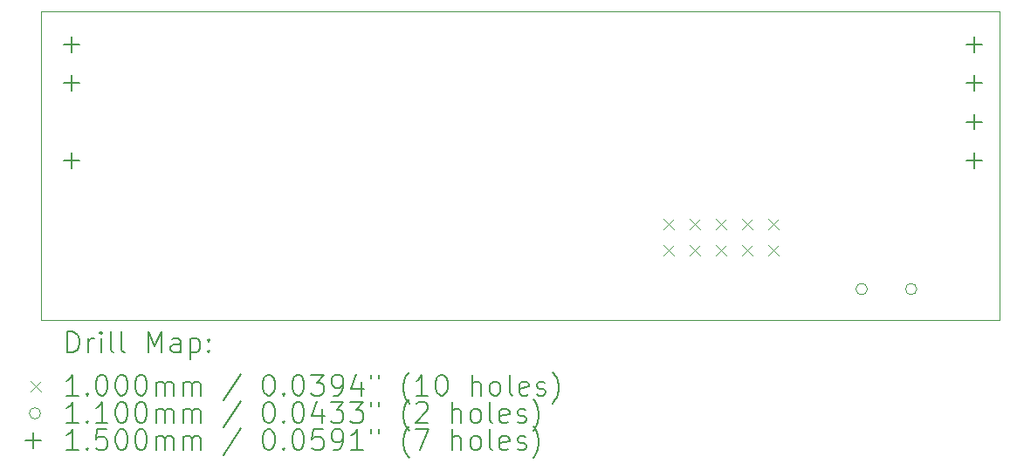
<source format=gbr>
%TF.GenerationSoftware,KiCad,Pcbnew,8.0.4*%
%TF.CreationDate,2024-09-19T22:50:55+02:00*%
%TF.ProjectId,Fader_Breakout,46616465-725f-4427-9265-616b6f75742e,rev?*%
%TF.SameCoordinates,Original*%
%TF.FileFunction,Drillmap*%
%TF.FilePolarity,Positive*%
%FSLAX45Y45*%
G04 Gerber Fmt 4.5, Leading zero omitted, Abs format (unit mm)*
G04 Created by KiCad (PCBNEW 8.0.4) date 2024-09-19 22:50:55*
%MOMM*%
%LPD*%
G01*
G04 APERTURE LIST*
%ADD10C,0.050000*%
%ADD11C,0.200000*%
%ADD12C,0.100000*%
%ADD13C,0.110000*%
%ADD14C,0.150000*%
G04 APERTURE END LIST*
D10*
X10400000Y-7800000D02*
X19700000Y-7800000D01*
X19700000Y-10800000D01*
X10400000Y-10800000D01*
X10400000Y-7800000D01*
D11*
D12*
X16441500Y-9822500D02*
X16541500Y-9922500D01*
X16541500Y-9822500D02*
X16441500Y-9922500D01*
X16441500Y-10076500D02*
X16541500Y-10176500D01*
X16541500Y-10076500D02*
X16441500Y-10176500D01*
X16695500Y-9822500D02*
X16795500Y-9922500D01*
X16795500Y-9822500D02*
X16695500Y-9922500D01*
X16695500Y-10076500D02*
X16795500Y-10176500D01*
X16795500Y-10076500D02*
X16695500Y-10176500D01*
X16949500Y-9822500D02*
X17049500Y-9922500D01*
X17049500Y-9822500D02*
X16949500Y-9922500D01*
X16949500Y-10076500D02*
X17049500Y-10176500D01*
X17049500Y-10076500D02*
X16949500Y-10176500D01*
X17203500Y-9822500D02*
X17303500Y-9922500D01*
X17303500Y-9822500D02*
X17203500Y-9922500D01*
X17203500Y-10076500D02*
X17303500Y-10176500D01*
X17303500Y-10076500D02*
X17203500Y-10176500D01*
X17457500Y-9822500D02*
X17557500Y-9922500D01*
X17557500Y-9822500D02*
X17457500Y-9922500D01*
X17457500Y-10076500D02*
X17557500Y-10176500D01*
X17557500Y-10076500D02*
X17457500Y-10176500D01*
D13*
X18415000Y-10500000D02*
G75*
G02*
X18305000Y-10500000I-55000J0D01*
G01*
X18305000Y-10500000D02*
G75*
G02*
X18415000Y-10500000I55000J0D01*
G01*
X18895000Y-10500000D02*
G75*
G02*
X18785000Y-10500000I-55000J0D01*
G01*
X18785000Y-10500000D02*
G75*
G02*
X18895000Y-10500000I55000J0D01*
G01*
D14*
X10700000Y-8050000D02*
X10700000Y-8200000D01*
X10625000Y-8125000D02*
X10775000Y-8125000D01*
X10700000Y-8425000D02*
X10700000Y-8575000D01*
X10625000Y-8500000D02*
X10775000Y-8500000D01*
X10700000Y-9175000D02*
X10700000Y-9325000D01*
X10625000Y-9250000D02*
X10775000Y-9250000D01*
X19450000Y-8050000D02*
X19450000Y-8200000D01*
X19375000Y-8125000D02*
X19525000Y-8125000D01*
X19450000Y-8425000D02*
X19450000Y-8575000D01*
X19375000Y-8500000D02*
X19525000Y-8500000D01*
X19450000Y-8800000D02*
X19450000Y-8950000D01*
X19375000Y-8875000D02*
X19525000Y-8875000D01*
X19450000Y-9175000D02*
X19450000Y-9325000D01*
X19375000Y-9250000D02*
X19525000Y-9250000D01*
D11*
X10658277Y-11113984D02*
X10658277Y-10913984D01*
X10658277Y-10913984D02*
X10705896Y-10913984D01*
X10705896Y-10913984D02*
X10734467Y-10923508D01*
X10734467Y-10923508D02*
X10753515Y-10942555D01*
X10753515Y-10942555D02*
X10763039Y-10961603D01*
X10763039Y-10961603D02*
X10772563Y-10999698D01*
X10772563Y-10999698D02*
X10772563Y-11028270D01*
X10772563Y-11028270D02*
X10763039Y-11066365D01*
X10763039Y-11066365D02*
X10753515Y-11085412D01*
X10753515Y-11085412D02*
X10734467Y-11104460D01*
X10734467Y-11104460D02*
X10705896Y-11113984D01*
X10705896Y-11113984D02*
X10658277Y-11113984D01*
X10858277Y-11113984D02*
X10858277Y-10980650D01*
X10858277Y-11018746D02*
X10867801Y-10999698D01*
X10867801Y-10999698D02*
X10877324Y-10990174D01*
X10877324Y-10990174D02*
X10896372Y-10980650D01*
X10896372Y-10980650D02*
X10915420Y-10980650D01*
X10982086Y-11113984D02*
X10982086Y-10980650D01*
X10982086Y-10913984D02*
X10972563Y-10923508D01*
X10972563Y-10923508D02*
X10982086Y-10933031D01*
X10982086Y-10933031D02*
X10991610Y-10923508D01*
X10991610Y-10923508D02*
X10982086Y-10913984D01*
X10982086Y-10913984D02*
X10982086Y-10933031D01*
X11105896Y-11113984D02*
X11086848Y-11104460D01*
X11086848Y-11104460D02*
X11077324Y-11085412D01*
X11077324Y-11085412D02*
X11077324Y-10913984D01*
X11210658Y-11113984D02*
X11191610Y-11104460D01*
X11191610Y-11104460D02*
X11182086Y-11085412D01*
X11182086Y-11085412D02*
X11182086Y-10913984D01*
X11439229Y-11113984D02*
X11439229Y-10913984D01*
X11439229Y-10913984D02*
X11505896Y-11056841D01*
X11505896Y-11056841D02*
X11572562Y-10913984D01*
X11572562Y-10913984D02*
X11572562Y-11113984D01*
X11753515Y-11113984D02*
X11753515Y-11009222D01*
X11753515Y-11009222D02*
X11743991Y-10990174D01*
X11743991Y-10990174D02*
X11724943Y-10980650D01*
X11724943Y-10980650D02*
X11686848Y-10980650D01*
X11686848Y-10980650D02*
X11667801Y-10990174D01*
X11753515Y-11104460D02*
X11734467Y-11113984D01*
X11734467Y-11113984D02*
X11686848Y-11113984D01*
X11686848Y-11113984D02*
X11667801Y-11104460D01*
X11667801Y-11104460D02*
X11658277Y-11085412D01*
X11658277Y-11085412D02*
X11658277Y-11066365D01*
X11658277Y-11066365D02*
X11667801Y-11047317D01*
X11667801Y-11047317D02*
X11686848Y-11037793D01*
X11686848Y-11037793D02*
X11734467Y-11037793D01*
X11734467Y-11037793D02*
X11753515Y-11028270D01*
X11848753Y-10980650D02*
X11848753Y-11180650D01*
X11848753Y-10990174D02*
X11867801Y-10980650D01*
X11867801Y-10980650D02*
X11905896Y-10980650D01*
X11905896Y-10980650D02*
X11924943Y-10990174D01*
X11924943Y-10990174D02*
X11934467Y-10999698D01*
X11934467Y-10999698D02*
X11943991Y-11018746D01*
X11943991Y-11018746D02*
X11943991Y-11075889D01*
X11943991Y-11075889D02*
X11934467Y-11094936D01*
X11934467Y-11094936D02*
X11924943Y-11104460D01*
X11924943Y-11104460D02*
X11905896Y-11113984D01*
X11905896Y-11113984D02*
X11867801Y-11113984D01*
X11867801Y-11113984D02*
X11848753Y-11104460D01*
X12029705Y-11094936D02*
X12039229Y-11104460D01*
X12039229Y-11104460D02*
X12029705Y-11113984D01*
X12029705Y-11113984D02*
X12020182Y-11104460D01*
X12020182Y-11104460D02*
X12029705Y-11094936D01*
X12029705Y-11094936D02*
X12029705Y-11113984D01*
X12029705Y-10990174D02*
X12039229Y-10999698D01*
X12039229Y-10999698D02*
X12029705Y-11009222D01*
X12029705Y-11009222D02*
X12020182Y-10999698D01*
X12020182Y-10999698D02*
X12029705Y-10990174D01*
X12029705Y-10990174D02*
X12029705Y-11009222D01*
D12*
X10297500Y-11392500D02*
X10397500Y-11492500D01*
X10397500Y-11392500D02*
X10297500Y-11492500D01*
D11*
X10763039Y-11533984D02*
X10648753Y-11533984D01*
X10705896Y-11533984D02*
X10705896Y-11333984D01*
X10705896Y-11333984D02*
X10686848Y-11362555D01*
X10686848Y-11362555D02*
X10667801Y-11381603D01*
X10667801Y-11381603D02*
X10648753Y-11391127D01*
X10848753Y-11514936D02*
X10858277Y-11524460D01*
X10858277Y-11524460D02*
X10848753Y-11533984D01*
X10848753Y-11533984D02*
X10839229Y-11524460D01*
X10839229Y-11524460D02*
X10848753Y-11514936D01*
X10848753Y-11514936D02*
X10848753Y-11533984D01*
X10982086Y-11333984D02*
X11001134Y-11333984D01*
X11001134Y-11333984D02*
X11020182Y-11343508D01*
X11020182Y-11343508D02*
X11029705Y-11353031D01*
X11029705Y-11353031D02*
X11039229Y-11372079D01*
X11039229Y-11372079D02*
X11048753Y-11410174D01*
X11048753Y-11410174D02*
X11048753Y-11457793D01*
X11048753Y-11457793D02*
X11039229Y-11495888D01*
X11039229Y-11495888D02*
X11029705Y-11514936D01*
X11029705Y-11514936D02*
X11020182Y-11524460D01*
X11020182Y-11524460D02*
X11001134Y-11533984D01*
X11001134Y-11533984D02*
X10982086Y-11533984D01*
X10982086Y-11533984D02*
X10963039Y-11524460D01*
X10963039Y-11524460D02*
X10953515Y-11514936D01*
X10953515Y-11514936D02*
X10943991Y-11495888D01*
X10943991Y-11495888D02*
X10934467Y-11457793D01*
X10934467Y-11457793D02*
X10934467Y-11410174D01*
X10934467Y-11410174D02*
X10943991Y-11372079D01*
X10943991Y-11372079D02*
X10953515Y-11353031D01*
X10953515Y-11353031D02*
X10963039Y-11343508D01*
X10963039Y-11343508D02*
X10982086Y-11333984D01*
X11172563Y-11333984D02*
X11191610Y-11333984D01*
X11191610Y-11333984D02*
X11210658Y-11343508D01*
X11210658Y-11343508D02*
X11220182Y-11353031D01*
X11220182Y-11353031D02*
X11229705Y-11372079D01*
X11229705Y-11372079D02*
X11239229Y-11410174D01*
X11239229Y-11410174D02*
X11239229Y-11457793D01*
X11239229Y-11457793D02*
X11229705Y-11495888D01*
X11229705Y-11495888D02*
X11220182Y-11514936D01*
X11220182Y-11514936D02*
X11210658Y-11524460D01*
X11210658Y-11524460D02*
X11191610Y-11533984D01*
X11191610Y-11533984D02*
X11172563Y-11533984D01*
X11172563Y-11533984D02*
X11153515Y-11524460D01*
X11153515Y-11524460D02*
X11143991Y-11514936D01*
X11143991Y-11514936D02*
X11134467Y-11495888D01*
X11134467Y-11495888D02*
X11124944Y-11457793D01*
X11124944Y-11457793D02*
X11124944Y-11410174D01*
X11124944Y-11410174D02*
X11134467Y-11372079D01*
X11134467Y-11372079D02*
X11143991Y-11353031D01*
X11143991Y-11353031D02*
X11153515Y-11343508D01*
X11153515Y-11343508D02*
X11172563Y-11333984D01*
X11363039Y-11333984D02*
X11382086Y-11333984D01*
X11382086Y-11333984D02*
X11401134Y-11343508D01*
X11401134Y-11343508D02*
X11410658Y-11353031D01*
X11410658Y-11353031D02*
X11420182Y-11372079D01*
X11420182Y-11372079D02*
X11429705Y-11410174D01*
X11429705Y-11410174D02*
X11429705Y-11457793D01*
X11429705Y-11457793D02*
X11420182Y-11495888D01*
X11420182Y-11495888D02*
X11410658Y-11514936D01*
X11410658Y-11514936D02*
X11401134Y-11524460D01*
X11401134Y-11524460D02*
X11382086Y-11533984D01*
X11382086Y-11533984D02*
X11363039Y-11533984D01*
X11363039Y-11533984D02*
X11343991Y-11524460D01*
X11343991Y-11524460D02*
X11334467Y-11514936D01*
X11334467Y-11514936D02*
X11324943Y-11495888D01*
X11324943Y-11495888D02*
X11315420Y-11457793D01*
X11315420Y-11457793D02*
X11315420Y-11410174D01*
X11315420Y-11410174D02*
X11324943Y-11372079D01*
X11324943Y-11372079D02*
X11334467Y-11353031D01*
X11334467Y-11353031D02*
X11343991Y-11343508D01*
X11343991Y-11343508D02*
X11363039Y-11333984D01*
X11515420Y-11533984D02*
X11515420Y-11400650D01*
X11515420Y-11419698D02*
X11524943Y-11410174D01*
X11524943Y-11410174D02*
X11543991Y-11400650D01*
X11543991Y-11400650D02*
X11572563Y-11400650D01*
X11572563Y-11400650D02*
X11591610Y-11410174D01*
X11591610Y-11410174D02*
X11601134Y-11429222D01*
X11601134Y-11429222D02*
X11601134Y-11533984D01*
X11601134Y-11429222D02*
X11610658Y-11410174D01*
X11610658Y-11410174D02*
X11629705Y-11400650D01*
X11629705Y-11400650D02*
X11658277Y-11400650D01*
X11658277Y-11400650D02*
X11677324Y-11410174D01*
X11677324Y-11410174D02*
X11686848Y-11429222D01*
X11686848Y-11429222D02*
X11686848Y-11533984D01*
X11782086Y-11533984D02*
X11782086Y-11400650D01*
X11782086Y-11419698D02*
X11791610Y-11410174D01*
X11791610Y-11410174D02*
X11810658Y-11400650D01*
X11810658Y-11400650D02*
X11839229Y-11400650D01*
X11839229Y-11400650D02*
X11858277Y-11410174D01*
X11858277Y-11410174D02*
X11867801Y-11429222D01*
X11867801Y-11429222D02*
X11867801Y-11533984D01*
X11867801Y-11429222D02*
X11877324Y-11410174D01*
X11877324Y-11410174D02*
X11896372Y-11400650D01*
X11896372Y-11400650D02*
X11924943Y-11400650D01*
X11924943Y-11400650D02*
X11943991Y-11410174D01*
X11943991Y-11410174D02*
X11953515Y-11429222D01*
X11953515Y-11429222D02*
X11953515Y-11533984D01*
X12343991Y-11324460D02*
X12172563Y-11581603D01*
X12601134Y-11333984D02*
X12620182Y-11333984D01*
X12620182Y-11333984D02*
X12639229Y-11343508D01*
X12639229Y-11343508D02*
X12648753Y-11353031D01*
X12648753Y-11353031D02*
X12658277Y-11372079D01*
X12658277Y-11372079D02*
X12667801Y-11410174D01*
X12667801Y-11410174D02*
X12667801Y-11457793D01*
X12667801Y-11457793D02*
X12658277Y-11495888D01*
X12658277Y-11495888D02*
X12648753Y-11514936D01*
X12648753Y-11514936D02*
X12639229Y-11524460D01*
X12639229Y-11524460D02*
X12620182Y-11533984D01*
X12620182Y-11533984D02*
X12601134Y-11533984D01*
X12601134Y-11533984D02*
X12582086Y-11524460D01*
X12582086Y-11524460D02*
X12572563Y-11514936D01*
X12572563Y-11514936D02*
X12563039Y-11495888D01*
X12563039Y-11495888D02*
X12553515Y-11457793D01*
X12553515Y-11457793D02*
X12553515Y-11410174D01*
X12553515Y-11410174D02*
X12563039Y-11372079D01*
X12563039Y-11372079D02*
X12572563Y-11353031D01*
X12572563Y-11353031D02*
X12582086Y-11343508D01*
X12582086Y-11343508D02*
X12601134Y-11333984D01*
X12753515Y-11514936D02*
X12763039Y-11524460D01*
X12763039Y-11524460D02*
X12753515Y-11533984D01*
X12753515Y-11533984D02*
X12743991Y-11524460D01*
X12743991Y-11524460D02*
X12753515Y-11514936D01*
X12753515Y-11514936D02*
X12753515Y-11533984D01*
X12886848Y-11333984D02*
X12905896Y-11333984D01*
X12905896Y-11333984D02*
X12924944Y-11343508D01*
X12924944Y-11343508D02*
X12934467Y-11353031D01*
X12934467Y-11353031D02*
X12943991Y-11372079D01*
X12943991Y-11372079D02*
X12953515Y-11410174D01*
X12953515Y-11410174D02*
X12953515Y-11457793D01*
X12953515Y-11457793D02*
X12943991Y-11495888D01*
X12943991Y-11495888D02*
X12934467Y-11514936D01*
X12934467Y-11514936D02*
X12924944Y-11524460D01*
X12924944Y-11524460D02*
X12905896Y-11533984D01*
X12905896Y-11533984D02*
X12886848Y-11533984D01*
X12886848Y-11533984D02*
X12867801Y-11524460D01*
X12867801Y-11524460D02*
X12858277Y-11514936D01*
X12858277Y-11514936D02*
X12848753Y-11495888D01*
X12848753Y-11495888D02*
X12839229Y-11457793D01*
X12839229Y-11457793D02*
X12839229Y-11410174D01*
X12839229Y-11410174D02*
X12848753Y-11372079D01*
X12848753Y-11372079D02*
X12858277Y-11353031D01*
X12858277Y-11353031D02*
X12867801Y-11343508D01*
X12867801Y-11343508D02*
X12886848Y-11333984D01*
X13020182Y-11333984D02*
X13143991Y-11333984D01*
X13143991Y-11333984D02*
X13077325Y-11410174D01*
X13077325Y-11410174D02*
X13105896Y-11410174D01*
X13105896Y-11410174D02*
X13124944Y-11419698D01*
X13124944Y-11419698D02*
X13134467Y-11429222D01*
X13134467Y-11429222D02*
X13143991Y-11448269D01*
X13143991Y-11448269D02*
X13143991Y-11495888D01*
X13143991Y-11495888D02*
X13134467Y-11514936D01*
X13134467Y-11514936D02*
X13124944Y-11524460D01*
X13124944Y-11524460D02*
X13105896Y-11533984D01*
X13105896Y-11533984D02*
X13048753Y-11533984D01*
X13048753Y-11533984D02*
X13029706Y-11524460D01*
X13029706Y-11524460D02*
X13020182Y-11514936D01*
X13239229Y-11533984D02*
X13277325Y-11533984D01*
X13277325Y-11533984D02*
X13296372Y-11524460D01*
X13296372Y-11524460D02*
X13305896Y-11514936D01*
X13305896Y-11514936D02*
X13324944Y-11486365D01*
X13324944Y-11486365D02*
X13334467Y-11448269D01*
X13334467Y-11448269D02*
X13334467Y-11372079D01*
X13334467Y-11372079D02*
X13324944Y-11353031D01*
X13324944Y-11353031D02*
X13315420Y-11343508D01*
X13315420Y-11343508D02*
X13296372Y-11333984D01*
X13296372Y-11333984D02*
X13258277Y-11333984D01*
X13258277Y-11333984D02*
X13239229Y-11343508D01*
X13239229Y-11343508D02*
X13229706Y-11353031D01*
X13229706Y-11353031D02*
X13220182Y-11372079D01*
X13220182Y-11372079D02*
X13220182Y-11419698D01*
X13220182Y-11419698D02*
X13229706Y-11438746D01*
X13229706Y-11438746D02*
X13239229Y-11448269D01*
X13239229Y-11448269D02*
X13258277Y-11457793D01*
X13258277Y-11457793D02*
X13296372Y-11457793D01*
X13296372Y-11457793D02*
X13315420Y-11448269D01*
X13315420Y-11448269D02*
X13324944Y-11438746D01*
X13324944Y-11438746D02*
X13334467Y-11419698D01*
X13505896Y-11400650D02*
X13505896Y-11533984D01*
X13458277Y-11324460D02*
X13410658Y-11467317D01*
X13410658Y-11467317D02*
X13534467Y-11467317D01*
X13601134Y-11333984D02*
X13601134Y-11372079D01*
X13677325Y-11333984D02*
X13677325Y-11372079D01*
X13972563Y-11610174D02*
X13963039Y-11600650D01*
X13963039Y-11600650D02*
X13943991Y-11572079D01*
X13943991Y-11572079D02*
X13934468Y-11553031D01*
X13934468Y-11553031D02*
X13924944Y-11524460D01*
X13924944Y-11524460D02*
X13915420Y-11476841D01*
X13915420Y-11476841D02*
X13915420Y-11438746D01*
X13915420Y-11438746D02*
X13924944Y-11391127D01*
X13924944Y-11391127D02*
X13934468Y-11362555D01*
X13934468Y-11362555D02*
X13943991Y-11343508D01*
X13943991Y-11343508D02*
X13963039Y-11314936D01*
X13963039Y-11314936D02*
X13972563Y-11305412D01*
X14153515Y-11533984D02*
X14039229Y-11533984D01*
X14096372Y-11533984D02*
X14096372Y-11333984D01*
X14096372Y-11333984D02*
X14077325Y-11362555D01*
X14077325Y-11362555D02*
X14058277Y-11381603D01*
X14058277Y-11381603D02*
X14039229Y-11391127D01*
X14277325Y-11333984D02*
X14296372Y-11333984D01*
X14296372Y-11333984D02*
X14315420Y-11343508D01*
X14315420Y-11343508D02*
X14324944Y-11353031D01*
X14324944Y-11353031D02*
X14334468Y-11372079D01*
X14334468Y-11372079D02*
X14343991Y-11410174D01*
X14343991Y-11410174D02*
X14343991Y-11457793D01*
X14343991Y-11457793D02*
X14334468Y-11495888D01*
X14334468Y-11495888D02*
X14324944Y-11514936D01*
X14324944Y-11514936D02*
X14315420Y-11524460D01*
X14315420Y-11524460D02*
X14296372Y-11533984D01*
X14296372Y-11533984D02*
X14277325Y-11533984D01*
X14277325Y-11533984D02*
X14258277Y-11524460D01*
X14258277Y-11524460D02*
X14248753Y-11514936D01*
X14248753Y-11514936D02*
X14239229Y-11495888D01*
X14239229Y-11495888D02*
X14229706Y-11457793D01*
X14229706Y-11457793D02*
X14229706Y-11410174D01*
X14229706Y-11410174D02*
X14239229Y-11372079D01*
X14239229Y-11372079D02*
X14248753Y-11353031D01*
X14248753Y-11353031D02*
X14258277Y-11343508D01*
X14258277Y-11343508D02*
X14277325Y-11333984D01*
X14582087Y-11533984D02*
X14582087Y-11333984D01*
X14667801Y-11533984D02*
X14667801Y-11429222D01*
X14667801Y-11429222D02*
X14658277Y-11410174D01*
X14658277Y-11410174D02*
X14639230Y-11400650D01*
X14639230Y-11400650D02*
X14610658Y-11400650D01*
X14610658Y-11400650D02*
X14591610Y-11410174D01*
X14591610Y-11410174D02*
X14582087Y-11419698D01*
X14791610Y-11533984D02*
X14772563Y-11524460D01*
X14772563Y-11524460D02*
X14763039Y-11514936D01*
X14763039Y-11514936D02*
X14753515Y-11495888D01*
X14753515Y-11495888D02*
X14753515Y-11438746D01*
X14753515Y-11438746D02*
X14763039Y-11419698D01*
X14763039Y-11419698D02*
X14772563Y-11410174D01*
X14772563Y-11410174D02*
X14791610Y-11400650D01*
X14791610Y-11400650D02*
X14820182Y-11400650D01*
X14820182Y-11400650D02*
X14839230Y-11410174D01*
X14839230Y-11410174D02*
X14848753Y-11419698D01*
X14848753Y-11419698D02*
X14858277Y-11438746D01*
X14858277Y-11438746D02*
X14858277Y-11495888D01*
X14858277Y-11495888D02*
X14848753Y-11514936D01*
X14848753Y-11514936D02*
X14839230Y-11524460D01*
X14839230Y-11524460D02*
X14820182Y-11533984D01*
X14820182Y-11533984D02*
X14791610Y-11533984D01*
X14972563Y-11533984D02*
X14953515Y-11524460D01*
X14953515Y-11524460D02*
X14943991Y-11505412D01*
X14943991Y-11505412D02*
X14943991Y-11333984D01*
X15124944Y-11524460D02*
X15105896Y-11533984D01*
X15105896Y-11533984D02*
X15067801Y-11533984D01*
X15067801Y-11533984D02*
X15048753Y-11524460D01*
X15048753Y-11524460D02*
X15039230Y-11505412D01*
X15039230Y-11505412D02*
X15039230Y-11429222D01*
X15039230Y-11429222D02*
X15048753Y-11410174D01*
X15048753Y-11410174D02*
X15067801Y-11400650D01*
X15067801Y-11400650D02*
X15105896Y-11400650D01*
X15105896Y-11400650D02*
X15124944Y-11410174D01*
X15124944Y-11410174D02*
X15134468Y-11429222D01*
X15134468Y-11429222D02*
X15134468Y-11448269D01*
X15134468Y-11448269D02*
X15039230Y-11467317D01*
X15210658Y-11524460D02*
X15229706Y-11533984D01*
X15229706Y-11533984D02*
X15267801Y-11533984D01*
X15267801Y-11533984D02*
X15286849Y-11524460D01*
X15286849Y-11524460D02*
X15296372Y-11505412D01*
X15296372Y-11505412D02*
X15296372Y-11495888D01*
X15296372Y-11495888D02*
X15286849Y-11476841D01*
X15286849Y-11476841D02*
X15267801Y-11467317D01*
X15267801Y-11467317D02*
X15239230Y-11467317D01*
X15239230Y-11467317D02*
X15220182Y-11457793D01*
X15220182Y-11457793D02*
X15210658Y-11438746D01*
X15210658Y-11438746D02*
X15210658Y-11429222D01*
X15210658Y-11429222D02*
X15220182Y-11410174D01*
X15220182Y-11410174D02*
X15239230Y-11400650D01*
X15239230Y-11400650D02*
X15267801Y-11400650D01*
X15267801Y-11400650D02*
X15286849Y-11410174D01*
X15363039Y-11610174D02*
X15372563Y-11600650D01*
X15372563Y-11600650D02*
X15391611Y-11572079D01*
X15391611Y-11572079D02*
X15401134Y-11553031D01*
X15401134Y-11553031D02*
X15410658Y-11524460D01*
X15410658Y-11524460D02*
X15420182Y-11476841D01*
X15420182Y-11476841D02*
X15420182Y-11438746D01*
X15420182Y-11438746D02*
X15410658Y-11391127D01*
X15410658Y-11391127D02*
X15401134Y-11362555D01*
X15401134Y-11362555D02*
X15391611Y-11343508D01*
X15391611Y-11343508D02*
X15372563Y-11314936D01*
X15372563Y-11314936D02*
X15363039Y-11305412D01*
D13*
X10397500Y-11706500D02*
G75*
G02*
X10287500Y-11706500I-55000J0D01*
G01*
X10287500Y-11706500D02*
G75*
G02*
X10397500Y-11706500I55000J0D01*
G01*
D11*
X10763039Y-11797984D02*
X10648753Y-11797984D01*
X10705896Y-11797984D02*
X10705896Y-11597984D01*
X10705896Y-11597984D02*
X10686848Y-11626555D01*
X10686848Y-11626555D02*
X10667801Y-11645603D01*
X10667801Y-11645603D02*
X10648753Y-11655127D01*
X10848753Y-11778936D02*
X10858277Y-11788460D01*
X10858277Y-11788460D02*
X10848753Y-11797984D01*
X10848753Y-11797984D02*
X10839229Y-11788460D01*
X10839229Y-11788460D02*
X10848753Y-11778936D01*
X10848753Y-11778936D02*
X10848753Y-11797984D01*
X11048753Y-11797984D02*
X10934467Y-11797984D01*
X10991610Y-11797984D02*
X10991610Y-11597984D01*
X10991610Y-11597984D02*
X10972563Y-11626555D01*
X10972563Y-11626555D02*
X10953515Y-11645603D01*
X10953515Y-11645603D02*
X10934467Y-11655127D01*
X11172563Y-11597984D02*
X11191610Y-11597984D01*
X11191610Y-11597984D02*
X11210658Y-11607508D01*
X11210658Y-11607508D02*
X11220182Y-11617031D01*
X11220182Y-11617031D02*
X11229705Y-11636079D01*
X11229705Y-11636079D02*
X11239229Y-11674174D01*
X11239229Y-11674174D02*
X11239229Y-11721793D01*
X11239229Y-11721793D02*
X11229705Y-11759888D01*
X11229705Y-11759888D02*
X11220182Y-11778936D01*
X11220182Y-11778936D02*
X11210658Y-11788460D01*
X11210658Y-11788460D02*
X11191610Y-11797984D01*
X11191610Y-11797984D02*
X11172563Y-11797984D01*
X11172563Y-11797984D02*
X11153515Y-11788460D01*
X11153515Y-11788460D02*
X11143991Y-11778936D01*
X11143991Y-11778936D02*
X11134467Y-11759888D01*
X11134467Y-11759888D02*
X11124944Y-11721793D01*
X11124944Y-11721793D02*
X11124944Y-11674174D01*
X11124944Y-11674174D02*
X11134467Y-11636079D01*
X11134467Y-11636079D02*
X11143991Y-11617031D01*
X11143991Y-11617031D02*
X11153515Y-11607508D01*
X11153515Y-11607508D02*
X11172563Y-11597984D01*
X11363039Y-11597984D02*
X11382086Y-11597984D01*
X11382086Y-11597984D02*
X11401134Y-11607508D01*
X11401134Y-11607508D02*
X11410658Y-11617031D01*
X11410658Y-11617031D02*
X11420182Y-11636079D01*
X11420182Y-11636079D02*
X11429705Y-11674174D01*
X11429705Y-11674174D02*
X11429705Y-11721793D01*
X11429705Y-11721793D02*
X11420182Y-11759888D01*
X11420182Y-11759888D02*
X11410658Y-11778936D01*
X11410658Y-11778936D02*
X11401134Y-11788460D01*
X11401134Y-11788460D02*
X11382086Y-11797984D01*
X11382086Y-11797984D02*
X11363039Y-11797984D01*
X11363039Y-11797984D02*
X11343991Y-11788460D01*
X11343991Y-11788460D02*
X11334467Y-11778936D01*
X11334467Y-11778936D02*
X11324943Y-11759888D01*
X11324943Y-11759888D02*
X11315420Y-11721793D01*
X11315420Y-11721793D02*
X11315420Y-11674174D01*
X11315420Y-11674174D02*
X11324943Y-11636079D01*
X11324943Y-11636079D02*
X11334467Y-11617031D01*
X11334467Y-11617031D02*
X11343991Y-11607508D01*
X11343991Y-11607508D02*
X11363039Y-11597984D01*
X11515420Y-11797984D02*
X11515420Y-11664650D01*
X11515420Y-11683698D02*
X11524943Y-11674174D01*
X11524943Y-11674174D02*
X11543991Y-11664650D01*
X11543991Y-11664650D02*
X11572563Y-11664650D01*
X11572563Y-11664650D02*
X11591610Y-11674174D01*
X11591610Y-11674174D02*
X11601134Y-11693222D01*
X11601134Y-11693222D02*
X11601134Y-11797984D01*
X11601134Y-11693222D02*
X11610658Y-11674174D01*
X11610658Y-11674174D02*
X11629705Y-11664650D01*
X11629705Y-11664650D02*
X11658277Y-11664650D01*
X11658277Y-11664650D02*
X11677324Y-11674174D01*
X11677324Y-11674174D02*
X11686848Y-11693222D01*
X11686848Y-11693222D02*
X11686848Y-11797984D01*
X11782086Y-11797984D02*
X11782086Y-11664650D01*
X11782086Y-11683698D02*
X11791610Y-11674174D01*
X11791610Y-11674174D02*
X11810658Y-11664650D01*
X11810658Y-11664650D02*
X11839229Y-11664650D01*
X11839229Y-11664650D02*
X11858277Y-11674174D01*
X11858277Y-11674174D02*
X11867801Y-11693222D01*
X11867801Y-11693222D02*
X11867801Y-11797984D01*
X11867801Y-11693222D02*
X11877324Y-11674174D01*
X11877324Y-11674174D02*
X11896372Y-11664650D01*
X11896372Y-11664650D02*
X11924943Y-11664650D01*
X11924943Y-11664650D02*
X11943991Y-11674174D01*
X11943991Y-11674174D02*
X11953515Y-11693222D01*
X11953515Y-11693222D02*
X11953515Y-11797984D01*
X12343991Y-11588460D02*
X12172563Y-11845603D01*
X12601134Y-11597984D02*
X12620182Y-11597984D01*
X12620182Y-11597984D02*
X12639229Y-11607508D01*
X12639229Y-11607508D02*
X12648753Y-11617031D01*
X12648753Y-11617031D02*
X12658277Y-11636079D01*
X12658277Y-11636079D02*
X12667801Y-11674174D01*
X12667801Y-11674174D02*
X12667801Y-11721793D01*
X12667801Y-11721793D02*
X12658277Y-11759888D01*
X12658277Y-11759888D02*
X12648753Y-11778936D01*
X12648753Y-11778936D02*
X12639229Y-11788460D01*
X12639229Y-11788460D02*
X12620182Y-11797984D01*
X12620182Y-11797984D02*
X12601134Y-11797984D01*
X12601134Y-11797984D02*
X12582086Y-11788460D01*
X12582086Y-11788460D02*
X12572563Y-11778936D01*
X12572563Y-11778936D02*
X12563039Y-11759888D01*
X12563039Y-11759888D02*
X12553515Y-11721793D01*
X12553515Y-11721793D02*
X12553515Y-11674174D01*
X12553515Y-11674174D02*
X12563039Y-11636079D01*
X12563039Y-11636079D02*
X12572563Y-11617031D01*
X12572563Y-11617031D02*
X12582086Y-11607508D01*
X12582086Y-11607508D02*
X12601134Y-11597984D01*
X12753515Y-11778936D02*
X12763039Y-11788460D01*
X12763039Y-11788460D02*
X12753515Y-11797984D01*
X12753515Y-11797984D02*
X12743991Y-11788460D01*
X12743991Y-11788460D02*
X12753515Y-11778936D01*
X12753515Y-11778936D02*
X12753515Y-11797984D01*
X12886848Y-11597984D02*
X12905896Y-11597984D01*
X12905896Y-11597984D02*
X12924944Y-11607508D01*
X12924944Y-11607508D02*
X12934467Y-11617031D01*
X12934467Y-11617031D02*
X12943991Y-11636079D01*
X12943991Y-11636079D02*
X12953515Y-11674174D01*
X12953515Y-11674174D02*
X12953515Y-11721793D01*
X12953515Y-11721793D02*
X12943991Y-11759888D01*
X12943991Y-11759888D02*
X12934467Y-11778936D01*
X12934467Y-11778936D02*
X12924944Y-11788460D01*
X12924944Y-11788460D02*
X12905896Y-11797984D01*
X12905896Y-11797984D02*
X12886848Y-11797984D01*
X12886848Y-11797984D02*
X12867801Y-11788460D01*
X12867801Y-11788460D02*
X12858277Y-11778936D01*
X12858277Y-11778936D02*
X12848753Y-11759888D01*
X12848753Y-11759888D02*
X12839229Y-11721793D01*
X12839229Y-11721793D02*
X12839229Y-11674174D01*
X12839229Y-11674174D02*
X12848753Y-11636079D01*
X12848753Y-11636079D02*
X12858277Y-11617031D01*
X12858277Y-11617031D02*
X12867801Y-11607508D01*
X12867801Y-11607508D02*
X12886848Y-11597984D01*
X13124944Y-11664650D02*
X13124944Y-11797984D01*
X13077325Y-11588460D02*
X13029706Y-11731317D01*
X13029706Y-11731317D02*
X13153515Y-11731317D01*
X13210658Y-11597984D02*
X13334467Y-11597984D01*
X13334467Y-11597984D02*
X13267801Y-11674174D01*
X13267801Y-11674174D02*
X13296372Y-11674174D01*
X13296372Y-11674174D02*
X13315420Y-11683698D01*
X13315420Y-11683698D02*
X13324944Y-11693222D01*
X13324944Y-11693222D02*
X13334467Y-11712269D01*
X13334467Y-11712269D02*
X13334467Y-11759888D01*
X13334467Y-11759888D02*
X13324944Y-11778936D01*
X13324944Y-11778936D02*
X13315420Y-11788460D01*
X13315420Y-11788460D02*
X13296372Y-11797984D01*
X13296372Y-11797984D02*
X13239229Y-11797984D01*
X13239229Y-11797984D02*
X13220182Y-11788460D01*
X13220182Y-11788460D02*
X13210658Y-11778936D01*
X13401134Y-11597984D02*
X13524944Y-11597984D01*
X13524944Y-11597984D02*
X13458277Y-11674174D01*
X13458277Y-11674174D02*
X13486848Y-11674174D01*
X13486848Y-11674174D02*
X13505896Y-11683698D01*
X13505896Y-11683698D02*
X13515420Y-11693222D01*
X13515420Y-11693222D02*
X13524944Y-11712269D01*
X13524944Y-11712269D02*
X13524944Y-11759888D01*
X13524944Y-11759888D02*
X13515420Y-11778936D01*
X13515420Y-11778936D02*
X13505896Y-11788460D01*
X13505896Y-11788460D02*
X13486848Y-11797984D01*
X13486848Y-11797984D02*
X13429706Y-11797984D01*
X13429706Y-11797984D02*
X13410658Y-11788460D01*
X13410658Y-11788460D02*
X13401134Y-11778936D01*
X13601134Y-11597984D02*
X13601134Y-11636079D01*
X13677325Y-11597984D02*
X13677325Y-11636079D01*
X13972563Y-11874174D02*
X13963039Y-11864650D01*
X13963039Y-11864650D02*
X13943991Y-11836079D01*
X13943991Y-11836079D02*
X13934468Y-11817031D01*
X13934468Y-11817031D02*
X13924944Y-11788460D01*
X13924944Y-11788460D02*
X13915420Y-11740841D01*
X13915420Y-11740841D02*
X13915420Y-11702746D01*
X13915420Y-11702746D02*
X13924944Y-11655127D01*
X13924944Y-11655127D02*
X13934468Y-11626555D01*
X13934468Y-11626555D02*
X13943991Y-11607508D01*
X13943991Y-11607508D02*
X13963039Y-11578936D01*
X13963039Y-11578936D02*
X13972563Y-11569412D01*
X14039229Y-11617031D02*
X14048753Y-11607508D01*
X14048753Y-11607508D02*
X14067801Y-11597984D01*
X14067801Y-11597984D02*
X14115420Y-11597984D01*
X14115420Y-11597984D02*
X14134468Y-11607508D01*
X14134468Y-11607508D02*
X14143991Y-11617031D01*
X14143991Y-11617031D02*
X14153515Y-11636079D01*
X14153515Y-11636079D02*
X14153515Y-11655127D01*
X14153515Y-11655127D02*
X14143991Y-11683698D01*
X14143991Y-11683698D02*
X14029706Y-11797984D01*
X14029706Y-11797984D02*
X14153515Y-11797984D01*
X14391610Y-11797984D02*
X14391610Y-11597984D01*
X14477325Y-11797984D02*
X14477325Y-11693222D01*
X14477325Y-11693222D02*
X14467801Y-11674174D01*
X14467801Y-11674174D02*
X14448753Y-11664650D01*
X14448753Y-11664650D02*
X14420182Y-11664650D01*
X14420182Y-11664650D02*
X14401134Y-11674174D01*
X14401134Y-11674174D02*
X14391610Y-11683698D01*
X14601134Y-11797984D02*
X14582087Y-11788460D01*
X14582087Y-11788460D02*
X14572563Y-11778936D01*
X14572563Y-11778936D02*
X14563039Y-11759888D01*
X14563039Y-11759888D02*
X14563039Y-11702746D01*
X14563039Y-11702746D02*
X14572563Y-11683698D01*
X14572563Y-11683698D02*
X14582087Y-11674174D01*
X14582087Y-11674174D02*
X14601134Y-11664650D01*
X14601134Y-11664650D02*
X14629706Y-11664650D01*
X14629706Y-11664650D02*
X14648753Y-11674174D01*
X14648753Y-11674174D02*
X14658277Y-11683698D01*
X14658277Y-11683698D02*
X14667801Y-11702746D01*
X14667801Y-11702746D02*
X14667801Y-11759888D01*
X14667801Y-11759888D02*
X14658277Y-11778936D01*
X14658277Y-11778936D02*
X14648753Y-11788460D01*
X14648753Y-11788460D02*
X14629706Y-11797984D01*
X14629706Y-11797984D02*
X14601134Y-11797984D01*
X14782087Y-11797984D02*
X14763039Y-11788460D01*
X14763039Y-11788460D02*
X14753515Y-11769412D01*
X14753515Y-11769412D02*
X14753515Y-11597984D01*
X14934468Y-11788460D02*
X14915420Y-11797984D01*
X14915420Y-11797984D02*
X14877325Y-11797984D01*
X14877325Y-11797984D02*
X14858277Y-11788460D01*
X14858277Y-11788460D02*
X14848753Y-11769412D01*
X14848753Y-11769412D02*
X14848753Y-11693222D01*
X14848753Y-11693222D02*
X14858277Y-11674174D01*
X14858277Y-11674174D02*
X14877325Y-11664650D01*
X14877325Y-11664650D02*
X14915420Y-11664650D01*
X14915420Y-11664650D02*
X14934468Y-11674174D01*
X14934468Y-11674174D02*
X14943991Y-11693222D01*
X14943991Y-11693222D02*
X14943991Y-11712269D01*
X14943991Y-11712269D02*
X14848753Y-11731317D01*
X15020182Y-11788460D02*
X15039230Y-11797984D01*
X15039230Y-11797984D02*
X15077325Y-11797984D01*
X15077325Y-11797984D02*
X15096372Y-11788460D01*
X15096372Y-11788460D02*
X15105896Y-11769412D01*
X15105896Y-11769412D02*
X15105896Y-11759888D01*
X15105896Y-11759888D02*
X15096372Y-11740841D01*
X15096372Y-11740841D02*
X15077325Y-11731317D01*
X15077325Y-11731317D02*
X15048753Y-11731317D01*
X15048753Y-11731317D02*
X15029706Y-11721793D01*
X15029706Y-11721793D02*
X15020182Y-11702746D01*
X15020182Y-11702746D02*
X15020182Y-11693222D01*
X15020182Y-11693222D02*
X15029706Y-11674174D01*
X15029706Y-11674174D02*
X15048753Y-11664650D01*
X15048753Y-11664650D02*
X15077325Y-11664650D01*
X15077325Y-11664650D02*
X15096372Y-11674174D01*
X15172563Y-11874174D02*
X15182087Y-11864650D01*
X15182087Y-11864650D02*
X15201134Y-11836079D01*
X15201134Y-11836079D02*
X15210658Y-11817031D01*
X15210658Y-11817031D02*
X15220182Y-11788460D01*
X15220182Y-11788460D02*
X15229706Y-11740841D01*
X15229706Y-11740841D02*
X15229706Y-11702746D01*
X15229706Y-11702746D02*
X15220182Y-11655127D01*
X15220182Y-11655127D02*
X15210658Y-11626555D01*
X15210658Y-11626555D02*
X15201134Y-11607508D01*
X15201134Y-11607508D02*
X15182087Y-11578936D01*
X15182087Y-11578936D02*
X15172563Y-11569412D01*
D14*
X10322500Y-11895500D02*
X10322500Y-12045500D01*
X10247500Y-11970500D02*
X10397500Y-11970500D01*
D11*
X10763039Y-12061984D02*
X10648753Y-12061984D01*
X10705896Y-12061984D02*
X10705896Y-11861984D01*
X10705896Y-11861984D02*
X10686848Y-11890555D01*
X10686848Y-11890555D02*
X10667801Y-11909603D01*
X10667801Y-11909603D02*
X10648753Y-11919127D01*
X10848753Y-12042936D02*
X10858277Y-12052460D01*
X10858277Y-12052460D02*
X10848753Y-12061984D01*
X10848753Y-12061984D02*
X10839229Y-12052460D01*
X10839229Y-12052460D02*
X10848753Y-12042936D01*
X10848753Y-12042936D02*
X10848753Y-12061984D01*
X11039229Y-11861984D02*
X10943991Y-11861984D01*
X10943991Y-11861984D02*
X10934467Y-11957222D01*
X10934467Y-11957222D02*
X10943991Y-11947698D01*
X10943991Y-11947698D02*
X10963039Y-11938174D01*
X10963039Y-11938174D02*
X11010658Y-11938174D01*
X11010658Y-11938174D02*
X11029705Y-11947698D01*
X11029705Y-11947698D02*
X11039229Y-11957222D01*
X11039229Y-11957222D02*
X11048753Y-11976269D01*
X11048753Y-11976269D02*
X11048753Y-12023888D01*
X11048753Y-12023888D02*
X11039229Y-12042936D01*
X11039229Y-12042936D02*
X11029705Y-12052460D01*
X11029705Y-12052460D02*
X11010658Y-12061984D01*
X11010658Y-12061984D02*
X10963039Y-12061984D01*
X10963039Y-12061984D02*
X10943991Y-12052460D01*
X10943991Y-12052460D02*
X10934467Y-12042936D01*
X11172563Y-11861984D02*
X11191610Y-11861984D01*
X11191610Y-11861984D02*
X11210658Y-11871508D01*
X11210658Y-11871508D02*
X11220182Y-11881031D01*
X11220182Y-11881031D02*
X11229705Y-11900079D01*
X11229705Y-11900079D02*
X11239229Y-11938174D01*
X11239229Y-11938174D02*
X11239229Y-11985793D01*
X11239229Y-11985793D02*
X11229705Y-12023888D01*
X11229705Y-12023888D02*
X11220182Y-12042936D01*
X11220182Y-12042936D02*
X11210658Y-12052460D01*
X11210658Y-12052460D02*
X11191610Y-12061984D01*
X11191610Y-12061984D02*
X11172563Y-12061984D01*
X11172563Y-12061984D02*
X11153515Y-12052460D01*
X11153515Y-12052460D02*
X11143991Y-12042936D01*
X11143991Y-12042936D02*
X11134467Y-12023888D01*
X11134467Y-12023888D02*
X11124944Y-11985793D01*
X11124944Y-11985793D02*
X11124944Y-11938174D01*
X11124944Y-11938174D02*
X11134467Y-11900079D01*
X11134467Y-11900079D02*
X11143991Y-11881031D01*
X11143991Y-11881031D02*
X11153515Y-11871508D01*
X11153515Y-11871508D02*
X11172563Y-11861984D01*
X11363039Y-11861984D02*
X11382086Y-11861984D01*
X11382086Y-11861984D02*
X11401134Y-11871508D01*
X11401134Y-11871508D02*
X11410658Y-11881031D01*
X11410658Y-11881031D02*
X11420182Y-11900079D01*
X11420182Y-11900079D02*
X11429705Y-11938174D01*
X11429705Y-11938174D02*
X11429705Y-11985793D01*
X11429705Y-11985793D02*
X11420182Y-12023888D01*
X11420182Y-12023888D02*
X11410658Y-12042936D01*
X11410658Y-12042936D02*
X11401134Y-12052460D01*
X11401134Y-12052460D02*
X11382086Y-12061984D01*
X11382086Y-12061984D02*
X11363039Y-12061984D01*
X11363039Y-12061984D02*
X11343991Y-12052460D01*
X11343991Y-12052460D02*
X11334467Y-12042936D01*
X11334467Y-12042936D02*
X11324943Y-12023888D01*
X11324943Y-12023888D02*
X11315420Y-11985793D01*
X11315420Y-11985793D02*
X11315420Y-11938174D01*
X11315420Y-11938174D02*
X11324943Y-11900079D01*
X11324943Y-11900079D02*
X11334467Y-11881031D01*
X11334467Y-11881031D02*
X11343991Y-11871508D01*
X11343991Y-11871508D02*
X11363039Y-11861984D01*
X11515420Y-12061984D02*
X11515420Y-11928650D01*
X11515420Y-11947698D02*
X11524943Y-11938174D01*
X11524943Y-11938174D02*
X11543991Y-11928650D01*
X11543991Y-11928650D02*
X11572563Y-11928650D01*
X11572563Y-11928650D02*
X11591610Y-11938174D01*
X11591610Y-11938174D02*
X11601134Y-11957222D01*
X11601134Y-11957222D02*
X11601134Y-12061984D01*
X11601134Y-11957222D02*
X11610658Y-11938174D01*
X11610658Y-11938174D02*
X11629705Y-11928650D01*
X11629705Y-11928650D02*
X11658277Y-11928650D01*
X11658277Y-11928650D02*
X11677324Y-11938174D01*
X11677324Y-11938174D02*
X11686848Y-11957222D01*
X11686848Y-11957222D02*
X11686848Y-12061984D01*
X11782086Y-12061984D02*
X11782086Y-11928650D01*
X11782086Y-11947698D02*
X11791610Y-11938174D01*
X11791610Y-11938174D02*
X11810658Y-11928650D01*
X11810658Y-11928650D02*
X11839229Y-11928650D01*
X11839229Y-11928650D02*
X11858277Y-11938174D01*
X11858277Y-11938174D02*
X11867801Y-11957222D01*
X11867801Y-11957222D02*
X11867801Y-12061984D01*
X11867801Y-11957222D02*
X11877324Y-11938174D01*
X11877324Y-11938174D02*
X11896372Y-11928650D01*
X11896372Y-11928650D02*
X11924943Y-11928650D01*
X11924943Y-11928650D02*
X11943991Y-11938174D01*
X11943991Y-11938174D02*
X11953515Y-11957222D01*
X11953515Y-11957222D02*
X11953515Y-12061984D01*
X12343991Y-11852460D02*
X12172563Y-12109603D01*
X12601134Y-11861984D02*
X12620182Y-11861984D01*
X12620182Y-11861984D02*
X12639229Y-11871508D01*
X12639229Y-11871508D02*
X12648753Y-11881031D01*
X12648753Y-11881031D02*
X12658277Y-11900079D01*
X12658277Y-11900079D02*
X12667801Y-11938174D01*
X12667801Y-11938174D02*
X12667801Y-11985793D01*
X12667801Y-11985793D02*
X12658277Y-12023888D01*
X12658277Y-12023888D02*
X12648753Y-12042936D01*
X12648753Y-12042936D02*
X12639229Y-12052460D01*
X12639229Y-12052460D02*
X12620182Y-12061984D01*
X12620182Y-12061984D02*
X12601134Y-12061984D01*
X12601134Y-12061984D02*
X12582086Y-12052460D01*
X12582086Y-12052460D02*
X12572563Y-12042936D01*
X12572563Y-12042936D02*
X12563039Y-12023888D01*
X12563039Y-12023888D02*
X12553515Y-11985793D01*
X12553515Y-11985793D02*
X12553515Y-11938174D01*
X12553515Y-11938174D02*
X12563039Y-11900079D01*
X12563039Y-11900079D02*
X12572563Y-11881031D01*
X12572563Y-11881031D02*
X12582086Y-11871508D01*
X12582086Y-11871508D02*
X12601134Y-11861984D01*
X12753515Y-12042936D02*
X12763039Y-12052460D01*
X12763039Y-12052460D02*
X12753515Y-12061984D01*
X12753515Y-12061984D02*
X12743991Y-12052460D01*
X12743991Y-12052460D02*
X12753515Y-12042936D01*
X12753515Y-12042936D02*
X12753515Y-12061984D01*
X12886848Y-11861984D02*
X12905896Y-11861984D01*
X12905896Y-11861984D02*
X12924944Y-11871508D01*
X12924944Y-11871508D02*
X12934467Y-11881031D01*
X12934467Y-11881031D02*
X12943991Y-11900079D01*
X12943991Y-11900079D02*
X12953515Y-11938174D01*
X12953515Y-11938174D02*
X12953515Y-11985793D01*
X12953515Y-11985793D02*
X12943991Y-12023888D01*
X12943991Y-12023888D02*
X12934467Y-12042936D01*
X12934467Y-12042936D02*
X12924944Y-12052460D01*
X12924944Y-12052460D02*
X12905896Y-12061984D01*
X12905896Y-12061984D02*
X12886848Y-12061984D01*
X12886848Y-12061984D02*
X12867801Y-12052460D01*
X12867801Y-12052460D02*
X12858277Y-12042936D01*
X12858277Y-12042936D02*
X12848753Y-12023888D01*
X12848753Y-12023888D02*
X12839229Y-11985793D01*
X12839229Y-11985793D02*
X12839229Y-11938174D01*
X12839229Y-11938174D02*
X12848753Y-11900079D01*
X12848753Y-11900079D02*
X12858277Y-11881031D01*
X12858277Y-11881031D02*
X12867801Y-11871508D01*
X12867801Y-11871508D02*
X12886848Y-11861984D01*
X13134467Y-11861984D02*
X13039229Y-11861984D01*
X13039229Y-11861984D02*
X13029706Y-11957222D01*
X13029706Y-11957222D02*
X13039229Y-11947698D01*
X13039229Y-11947698D02*
X13058277Y-11938174D01*
X13058277Y-11938174D02*
X13105896Y-11938174D01*
X13105896Y-11938174D02*
X13124944Y-11947698D01*
X13124944Y-11947698D02*
X13134467Y-11957222D01*
X13134467Y-11957222D02*
X13143991Y-11976269D01*
X13143991Y-11976269D02*
X13143991Y-12023888D01*
X13143991Y-12023888D02*
X13134467Y-12042936D01*
X13134467Y-12042936D02*
X13124944Y-12052460D01*
X13124944Y-12052460D02*
X13105896Y-12061984D01*
X13105896Y-12061984D02*
X13058277Y-12061984D01*
X13058277Y-12061984D02*
X13039229Y-12052460D01*
X13039229Y-12052460D02*
X13029706Y-12042936D01*
X13239229Y-12061984D02*
X13277325Y-12061984D01*
X13277325Y-12061984D02*
X13296372Y-12052460D01*
X13296372Y-12052460D02*
X13305896Y-12042936D01*
X13305896Y-12042936D02*
X13324944Y-12014365D01*
X13324944Y-12014365D02*
X13334467Y-11976269D01*
X13334467Y-11976269D02*
X13334467Y-11900079D01*
X13334467Y-11900079D02*
X13324944Y-11881031D01*
X13324944Y-11881031D02*
X13315420Y-11871508D01*
X13315420Y-11871508D02*
X13296372Y-11861984D01*
X13296372Y-11861984D02*
X13258277Y-11861984D01*
X13258277Y-11861984D02*
X13239229Y-11871508D01*
X13239229Y-11871508D02*
X13229706Y-11881031D01*
X13229706Y-11881031D02*
X13220182Y-11900079D01*
X13220182Y-11900079D02*
X13220182Y-11947698D01*
X13220182Y-11947698D02*
X13229706Y-11966746D01*
X13229706Y-11966746D02*
X13239229Y-11976269D01*
X13239229Y-11976269D02*
X13258277Y-11985793D01*
X13258277Y-11985793D02*
X13296372Y-11985793D01*
X13296372Y-11985793D02*
X13315420Y-11976269D01*
X13315420Y-11976269D02*
X13324944Y-11966746D01*
X13324944Y-11966746D02*
X13334467Y-11947698D01*
X13524944Y-12061984D02*
X13410658Y-12061984D01*
X13467801Y-12061984D02*
X13467801Y-11861984D01*
X13467801Y-11861984D02*
X13448753Y-11890555D01*
X13448753Y-11890555D02*
X13429706Y-11909603D01*
X13429706Y-11909603D02*
X13410658Y-11919127D01*
X13601134Y-11861984D02*
X13601134Y-11900079D01*
X13677325Y-11861984D02*
X13677325Y-11900079D01*
X13972563Y-12138174D02*
X13963039Y-12128650D01*
X13963039Y-12128650D02*
X13943991Y-12100079D01*
X13943991Y-12100079D02*
X13934468Y-12081031D01*
X13934468Y-12081031D02*
X13924944Y-12052460D01*
X13924944Y-12052460D02*
X13915420Y-12004841D01*
X13915420Y-12004841D02*
X13915420Y-11966746D01*
X13915420Y-11966746D02*
X13924944Y-11919127D01*
X13924944Y-11919127D02*
X13934468Y-11890555D01*
X13934468Y-11890555D02*
X13943991Y-11871508D01*
X13943991Y-11871508D02*
X13963039Y-11842936D01*
X13963039Y-11842936D02*
X13972563Y-11833412D01*
X14029706Y-11861984D02*
X14163039Y-11861984D01*
X14163039Y-11861984D02*
X14077325Y-12061984D01*
X14391610Y-12061984D02*
X14391610Y-11861984D01*
X14477325Y-12061984D02*
X14477325Y-11957222D01*
X14477325Y-11957222D02*
X14467801Y-11938174D01*
X14467801Y-11938174D02*
X14448753Y-11928650D01*
X14448753Y-11928650D02*
X14420182Y-11928650D01*
X14420182Y-11928650D02*
X14401134Y-11938174D01*
X14401134Y-11938174D02*
X14391610Y-11947698D01*
X14601134Y-12061984D02*
X14582087Y-12052460D01*
X14582087Y-12052460D02*
X14572563Y-12042936D01*
X14572563Y-12042936D02*
X14563039Y-12023888D01*
X14563039Y-12023888D02*
X14563039Y-11966746D01*
X14563039Y-11966746D02*
X14572563Y-11947698D01*
X14572563Y-11947698D02*
X14582087Y-11938174D01*
X14582087Y-11938174D02*
X14601134Y-11928650D01*
X14601134Y-11928650D02*
X14629706Y-11928650D01*
X14629706Y-11928650D02*
X14648753Y-11938174D01*
X14648753Y-11938174D02*
X14658277Y-11947698D01*
X14658277Y-11947698D02*
X14667801Y-11966746D01*
X14667801Y-11966746D02*
X14667801Y-12023888D01*
X14667801Y-12023888D02*
X14658277Y-12042936D01*
X14658277Y-12042936D02*
X14648753Y-12052460D01*
X14648753Y-12052460D02*
X14629706Y-12061984D01*
X14629706Y-12061984D02*
X14601134Y-12061984D01*
X14782087Y-12061984D02*
X14763039Y-12052460D01*
X14763039Y-12052460D02*
X14753515Y-12033412D01*
X14753515Y-12033412D02*
X14753515Y-11861984D01*
X14934468Y-12052460D02*
X14915420Y-12061984D01*
X14915420Y-12061984D02*
X14877325Y-12061984D01*
X14877325Y-12061984D02*
X14858277Y-12052460D01*
X14858277Y-12052460D02*
X14848753Y-12033412D01*
X14848753Y-12033412D02*
X14848753Y-11957222D01*
X14848753Y-11957222D02*
X14858277Y-11938174D01*
X14858277Y-11938174D02*
X14877325Y-11928650D01*
X14877325Y-11928650D02*
X14915420Y-11928650D01*
X14915420Y-11928650D02*
X14934468Y-11938174D01*
X14934468Y-11938174D02*
X14943991Y-11957222D01*
X14943991Y-11957222D02*
X14943991Y-11976269D01*
X14943991Y-11976269D02*
X14848753Y-11995317D01*
X15020182Y-12052460D02*
X15039230Y-12061984D01*
X15039230Y-12061984D02*
X15077325Y-12061984D01*
X15077325Y-12061984D02*
X15096372Y-12052460D01*
X15096372Y-12052460D02*
X15105896Y-12033412D01*
X15105896Y-12033412D02*
X15105896Y-12023888D01*
X15105896Y-12023888D02*
X15096372Y-12004841D01*
X15096372Y-12004841D02*
X15077325Y-11995317D01*
X15077325Y-11995317D02*
X15048753Y-11995317D01*
X15048753Y-11995317D02*
X15029706Y-11985793D01*
X15029706Y-11985793D02*
X15020182Y-11966746D01*
X15020182Y-11966746D02*
X15020182Y-11957222D01*
X15020182Y-11957222D02*
X15029706Y-11938174D01*
X15029706Y-11938174D02*
X15048753Y-11928650D01*
X15048753Y-11928650D02*
X15077325Y-11928650D01*
X15077325Y-11928650D02*
X15096372Y-11938174D01*
X15172563Y-12138174D02*
X15182087Y-12128650D01*
X15182087Y-12128650D02*
X15201134Y-12100079D01*
X15201134Y-12100079D02*
X15210658Y-12081031D01*
X15210658Y-12081031D02*
X15220182Y-12052460D01*
X15220182Y-12052460D02*
X15229706Y-12004841D01*
X15229706Y-12004841D02*
X15229706Y-11966746D01*
X15229706Y-11966746D02*
X15220182Y-11919127D01*
X15220182Y-11919127D02*
X15210658Y-11890555D01*
X15210658Y-11890555D02*
X15201134Y-11871508D01*
X15201134Y-11871508D02*
X15182087Y-11842936D01*
X15182087Y-11842936D02*
X15172563Y-11833412D01*
M02*

</source>
